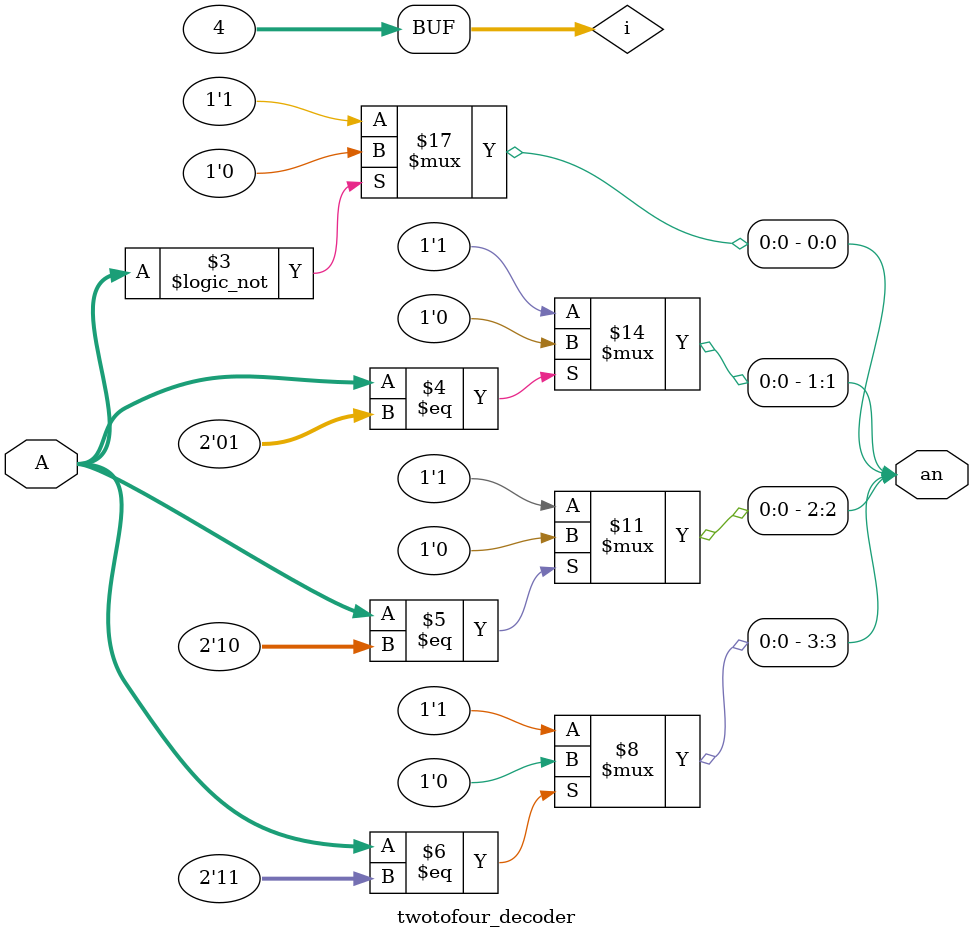
<source format=v>
`timescale 1ns / 1ps


module twotofour_decoder(
input [1:0]A,
output reg[3:0]an
    );
integer i;

always @(A)
    begin
        an = 15;
        for(i=0; i<4; i=i+1)
            begin
            if(A==i)
                an[i] = 0;
            end
    end
endmodule

</source>
